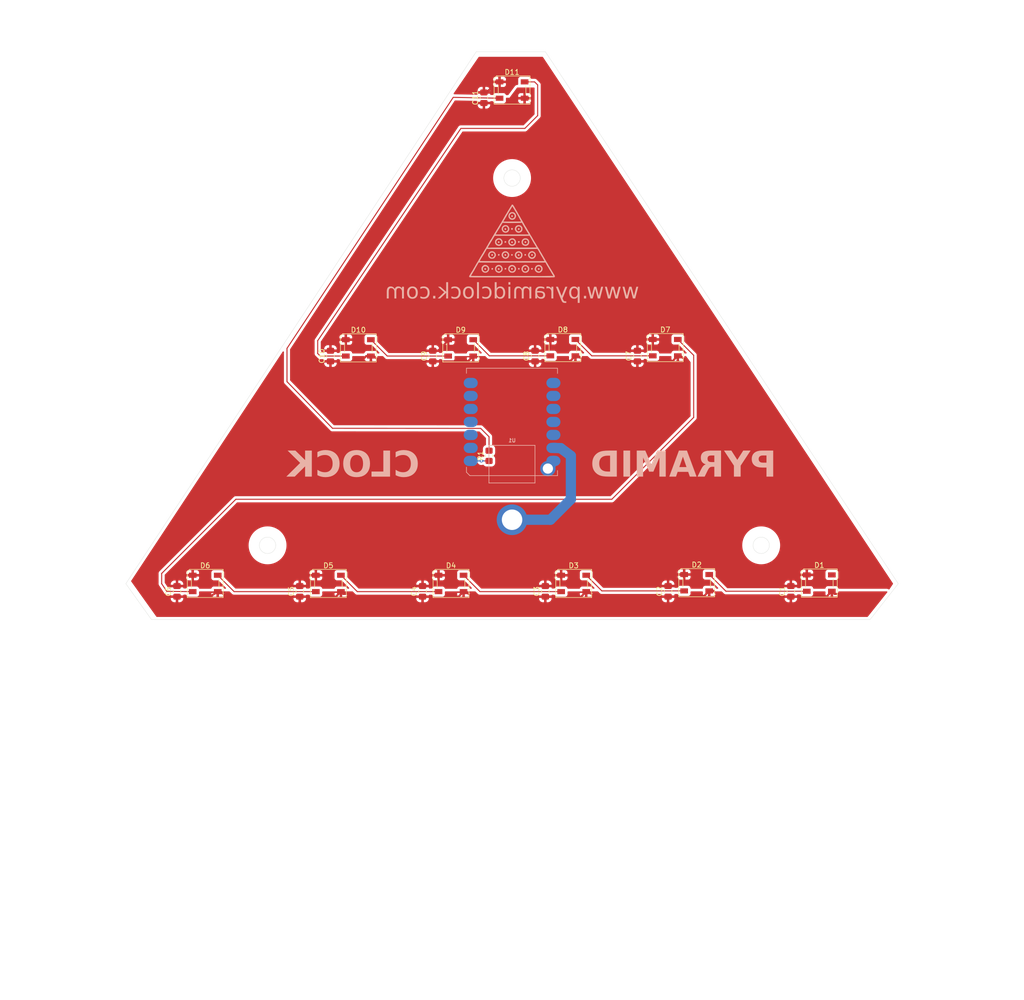
<source format=kicad_pcb>
(kicad_pcb (version 20240108) (generator "pcbnew") (generator_version "8.0")
  (layers (0 "F.Cu" signal) (31 "B.Cu" signal) (34 "B.Paste" user) (35 "F.Paste" user) (36 "B.SilkS" user "B.Silkscreen") (37 "F.SilkS" user "F.Silkscreen") (38 "B.Mask" user) (39 "F.Mask" user) (44 "Edge.Cuts" user))
  (net 0 "")
  (net 1 "Net-(D1-VSS)")
  (net 2 "Net-(D1-VDD)")
  (net 3 "Net-(D1-DIN)")
  (net 5 "Net-(D2-DIN)")
  (net 6 "Net-(D3-DIN)")
  (net 7 "Net-(D4-DIN)")
  (net 8 "Net-(D5-DIN)")
  (net 9 "Net-(D6-DIN)")
  (net 10 "Net-(D7-DIN)")
  (net 11 "Net-(D8-DIN)")
  (net 12 "Net-(D10-DOUT)")
  (net 13 "Net-(D10-DIN)")
  (net 25 "Net-(D11-DIN)")
  (net 26 "unconnected-(R1-Pad1)")
  (footprint "LED_SMD:LED_SK6812_PLCC4_5.0x5.0mm_P3.2mm" (layer "F.Cu") (at 160.931119 84.355705)
    (property "Reference" "D8" (at 0 -3.5 0) (layer "F.SilkS"))
    (property "Value" "SK6812" (hide yes))
    (pad "1" smd rect (at -2.45 -1.6 180) (size 1.5 1) (layers "F.Cu" "F.Paste" "F.Mask") (net 1 "Net-(D1-VSS)"))
    (pad "2" smd rect (at -2.45 1.6 180) (size 1.5 1) (layers "F.Cu" "F.Paste" "F.Mask") (net 11 "Net-(D8-DIN)"))
    (pad "3" smd rect (at 2.45 1.6 180) (size 1.5 1) (layers "F.Cu" "F.Paste" "F.Mask") (net 2 "Net-(D1-VDD)"))
    (pad "4" smd rect (at 2.45 -1.6 180) (size 1.5 1) (layers "F.Cu" "F.Paste" "F.Mask") (net 10 "Net-(D7-DIN)"))
  )
  (footprint "LED_SMD:LED_SK6812_PLCC4_5.0x5.0mm_P3.2mm" (layer "F.Cu") (at 139.068664 130.450989)
    (property "Reference" "D4" (at 0 -3.5 0) (layer "F.SilkS"))
    (property "Value" "SK6812" (hide yes))
    (pad "1" smd rect (at -2.45 -1.6 180) (size 1.5 1) (layers "F.Cu" "F.Paste" "F.Mask") (net 1 "Net-(D1-VSS)"))
    (pad "2" smd rect (at -2.45 1.6 180) (size 1.5 1) (layers "F.Cu" "F.Paste" "F.Mask") (net 7 "Net-(D4-DIN)"))
    (pad "3" smd rect (at 2.45 1.6 180) (size 1.5 1) (layers "F.Cu" "F.Paste" "F.Mask") (net 2 "Net-(D1-VDD)"))
    (pad "4" smd rect (at 2.45 -1.6 180) (size 1.5 1) (layers "F.Cu" "F.Paste" "F.Mask") (net 6 "Net-(D3-DIN)"))
  )
  (footprint "Capacitor_SMD:C_0805_2012Metric_Pad1.18x1.45mm_HandSolder" (layer "F.Cu") (at 85.5 132 90)
    (property "Reference" "C6" (at 0 -1.679999 90) (layer "F.SilkS"))
    (property "Value" "100nF" (hide yes))
    (pad "1" smd roundrect (at -1.0375 0 90) (size 1.175 1.45) (layers "F.Cu" "F.Paste" "F.Mask") (roundrect_rratio 0.212766) (net 2 "Net-(D1-VDD)"))
    (pad "2" smd roundrect (at 1.0375 0 90) (size 1.175 1.45) (layers "F.Cu" "F.Paste" "F.Mask") (roundrect_rratio 0.212766) (net 1 "Net-(D1-VSS)"))
  )
  (footprint "Capacitor_SMD:C_0805_2012Metric_Pad1.18x1.45mm_HandSolder" (layer "F.Cu") (at 133.5 132 90)
    (property "Reference" "C4" (at 0 -1.679999 90) (layer "F.SilkS"))
    (property "Value" "100nF" (hide yes))
    (pad "1" smd roundrect (at -1.0375 0 90) (size 1.175 1.45) (layers "F.Cu" "F.Paste" "F.Mask") (roundrect_rratio 0.212766) (net 2 "Net-(D1-VDD)"))
    (pad "2" smd roundrect (at 1.0375 0 90) (size 1.175 1.45) (layers "F.Cu" "F.Paste" "F.Mask") (roundrect_rratio 0.212766) (net 1 "Net-(D1-VSS)"))
  )
  (footprint "LED_SMD:LED_SK6812_PLCC4_5.0x5.0mm_P3.2mm" (layer "F.Cu") (at 115.093247 130.450989)
    (property "Reference" "D5" (at 0 -3.5 0) (layer "F.SilkS"))
    (property "Value" "SK6812" (hide yes))
    (pad "1" smd rect (at -2.45 -1.6 180) (size 1.5 1) (layers "F.Cu" "F.Paste" "F.Mask") (net 1 "Net-(D1-VSS)"))
    (pad "2" smd rect (at -2.45 1.6 180) (size 1.5 1) (layers "F.Cu" "F.Paste" "F.Mask") (net 8 "Net-(D5-DIN)"))
    (pad "3" smd rect (at 2.45 1.6 180) (size 1.5 1) (layers "F.Cu" "F.Paste" "F.Mask") (net 2 "Net-(D1-VDD)"))
    (pad "4" smd rect (at 2.45 -1.6 180) (size 1.5 1) (layers "F.Cu" "F.Paste" "F.Mask") (net 7 "Net-(D4-DIN)"))
  )
  (footprint "LED_SMD:LED_SK6812_PLCC4_5.0x5.0mm_P3.2mm" (layer "F.Cu") (at 120.95 84.4)
    (property "Reference" "D10" (at 0 -3.5 0) (layer "F.SilkS"))
    (property "Value" "SK6812" (hide yes))
    (pad "1" smd rect (at -2.45 -1.6 180) (size 1.5 1) (layers "F.Cu" "F.Paste" "F.Mask") (net 1 "Net-(D1-VSS)"))
    (pad "2" smd rect (at -2.45 1.6 180) (size 1.5 1) (layers "F.Cu" "F.Paste" "F.Mask") (net 13 "Net-(D10-DIN)"))
    (pad "3" smd rect (at 2.45 1.6 180) (size 1.5 1) (layers "F.Cu" "F.Paste" "F.Mask") (net 2 "Net-(D1-VDD)"))
    (pad "4" smd rect (at 2.45 -1.6 180) (size 1.5 1) (layers "F.Cu" "F.Paste" "F.Mask") (net 12 "Net-(D10-DOUT)"))
  )
  (footprint "Capacitor_SMD:C_0805_2012Metric_Pad1.18x1.45mm_HandSolder" (layer "F.Cu") (at 145.5 35.5 90)
    (property "Reference" "C11" (at 0 -1.679999 90) (layer "F.SilkS"))
    (property "Value" "100nF" (hide yes))
    (pad "1" smd roundrect (at -1.0375 0 90) (size 1.175 1.45) (layers "F.Cu" "F.Paste" "F.Mask") (roundrect_rratio 0.212766) (net 2 "Net-(D1-VDD)"))
    (pad "2" smd roundrect (at 1.0375 0 90) (size 1.175 1.45) (layers "F.Cu" "F.Paste" "F.Mask") (roundrect_rratio 0.212766) (net 1 "Net-(D1-VSS)"))
  )
  (footprint "Capacitor_SMD:C_0805_2012Metric_Pad1.18x1.45mm_HandSolder" (layer "F.Cu") (at 135.5 86 90)
    (property "Reference" "C9" (at 0 -1.679999 90) (layer "F.SilkS"))
    (property "Value" "100nF" (hide yes))
    (pad "1" smd roundrect (at -1.0375 0 90) (size 1.175 1.45) (layers "F.Cu" "F.Paste" "F.Mask") (roundrect_rratio 0.212766) (net 2 "Net-(D1-VDD)"))
    (pad "2" smd roundrect (at 1.0375 0 90) (size 1.175 1.45) (layers "F.Cu" "F.Paste" "F.Mask") (roundrect_rratio 0.212766) (net 1 "Net-(D1-VSS)"))
  )
  (footprint "Capacitor_SMD:C_0805_2012Metric_Pad1.18x1.45mm_HandSolder" (layer "F.Cu") (at 115.5 86 90)
    (property "Reference" "C10" (at 0 -1.679999 90) (layer "F.SilkS"))
    (property "Value" "100nF" (hide yes))
    (pad "1" smd roundrect (at -1.0375 0 90) (size 1.175 1.45) (layers "F.Cu" "F.Paste" "F.Mask") (roundrect_rratio 0.212766) (net 2 "Net-(D1-VDD)"))
    (pad "2" smd roundrect (at 1.0375 0 90) (size 1.175 1.45) (layers "F.Cu" "F.Paste" "F.Mask") (roundrect_rratio 0.212766) (net 1 "Net-(D1-VSS)"))
  )
  (footprint "Capacitor_SMD:C_0805_2012Metric_Pad1.18x1.45mm_HandSolder" (layer "F.Cu") (at 157.5 132 90)
    (property "Reference" "C3" (at 0 -1.679999 90) (layer "F.SilkS"))
    (property "Value" "100nF" (hide yes))
    (pad "1" smd roundrect (at -1.0375 0 90) (size 1.175 1.45) (layers "F.Cu" "F.Paste" "F.Mask") (roundrect_rratio 0.212766) (net 2 "Net-(D1-VDD)"))
    (pad "2" smd roundrect (at 1.0375 0 90) (size 1.175 1.45) (layers "F.Cu" "F.Paste" "F.Mask") (roundrect_rratio 0.212766) (net 1 "Net-(D1-VSS)"))
  )
  (footprint "LED_SMD:LED_SK6812_PLCC4_5.0x5.0mm_P3.2mm" (layer "F.Cu") (at 163.044082 130.450989)
    (property "Reference" "D3" (at 0 -3.5 0) (layer "F.SilkS"))
    (property "Value" "SK6812" (hide yes))
    (pad "1" smd rect (at -2.45 -1.6 180) (size 1.5 1) (layers "F.Cu" "F.Paste" "F.Mask") (net 1 "Net-(D1-VSS)"))
    (pad "2" smd rect (at -2.45 1.6 180) (size 1.5 1) (layers "F.Cu" "F.Paste" "F.Mask") (net 6 "Net-(D3-DIN)"))
    (pad "3" smd rect (at 2.45 1.6 180) (size 1.5 1) (layers "F.Cu" "F.Paste" "F.Mask") (net 2 "Net-(D1-VDD)"))
    (pad "4" smd rect (at 2.45 -1.6 180) (size 1.5 1) (layers "F.Cu" "F.Paste" "F.Mask") (net 5 "Net-(D2-DIN)"))
  )
  (footprint "Capacitor_SMD:C_0805_2012Metric_Pad1.18x1.45mm_HandSolder" (layer "F.Cu") (at 181.5 132 90)
    (property "Reference" "C2" (at 0 -1.679999 90) (layer "F.SilkS"))
    (property "Value" "100nF" (hide yes))
    (pad "1" smd roundrect (at -1.0375 0 90) (size 1.175 1.45) (layers "F.Cu" "F.Paste" "F.Mask") (roundrect_rratio 0.212766) (net 2 "Net-(D1-VDD)"))
    (pad "2" smd roundrect (at 1.0375 0 90) (size 1.175 1.45) (layers "F.Cu" "F.Paste" "F.Mask") (roundrect_rratio 0.212766) (net 1 "Net-(D1-VSS)"))
  )
  (footprint "LED_SMD:LED_SK6812_PLCC4_5.0x5.0mm_P3.2mm" (layer "F.Cu") (at 151 34)
    (property "Reference" "D11" (at 0 -3.5 0) (layer "F.SilkS"))
    (property "Value" "SK6812" (hide yes))
    (pad "1" smd rect (at -2.45 -1.6 180) (size 1.5 1) (layers "F.Cu" "F.Paste" "F.Mask") (net 1 "Net-(D1-VSS)"))
    (pad "2" smd rect (at -2.45 1.6 180) (size 1.5 1) (layers "F.Cu" "F.Paste" "F.Mask") (net 25 "Net-(D11-DIN)"))
    (pad "3" smd rect (at 2.45 1.6 180) (size 1.5 1) (layers "F.Cu" "F.Paste" "F.Mask") (net 2 "Net-(D1-VDD)"))
    (pad "4" smd rect (at 2.45 -1.6 180) (size 1.5 1) (layers "F.Cu" "F.Paste" "F.Mask") (net 13 "Net-(D10-DIN)"))
  )
  (footprint "Capacitor_SMD:C_0805_2012Metric_Pad1.18x1.45mm_HandSolder" (layer "F.Cu") (at 205.5 132 90)
    (property "Reference" "C1" (at 0 -1.679999 90) (layer "F.SilkS"))
    (property "Value" "100nF" (hide yes))
    (pad "1" smd roundrect (at -1.0375 0 90) (size 1.175 1.45) (layers "F.Cu" "F.Paste" "F.Mask") (roundrect_rratio 0.212766) (net 2 "Net-(D1-VDD)"))
    (pad "2" smd roundrect (at 1.0375 0 90) (size 1.175 1.45) (layers "F.Cu" "F.Paste" "F.Mask") (roundrect_rratio 0.212766) (net 1 "Net-(D1-VSS)"))
  )
  (footprint "LED_SMD:LED_SK6812_PLCC4_5.0x5.0mm_P3.2mm" (layer "F.Cu") (at 211.066486 130.379421)
    (property "Reference" "D1" (at 0 -3.5 0) (layer "F.SilkS"))
    (property "Value" "SK6812" (hide yes))
    (pad "1" smd rect (at -2.45 -1.6 180) (size 1.5 1) (layers "F.Cu" "F.Paste" "F.Mask") (net 1 "Net-(D1-VSS)"))
    (pad "2" smd rect (at -2.45 1.6 180) (size 1.5 1) (layers "F.Cu" "F.Paste" "F.Mask") (net 3 "Net-(D1-DIN)"))
    (pad "3" smd rect (at 2.45 1.6 180) (size 1.5 1) (layers "F.Cu" "F.Paste" "F.Mask") (net 2 "Net-(D1-VDD)"))
    (pad "4" smd rect (at 2.45 -1.6 180) (size 1.5 1) (layers "F.Cu" "F.Paste" "F.Mask"))
  )
  (footprint "Capacitor_SMD:C_0805_2012Metric_Pad1.18x1.45mm_HandSolder" (layer "F.Cu") (at 175.5 86 90)
    (property "Reference" "C7" (at 0 -1.679999 90) (layer "F.SilkS"))
    (property "Value" "100nF" (hide yes))
    (pad "1" smd roundrect (at -1.0375 0 90) (size 1.175 1.45) (layers "F.Cu" "F.Paste" "F.Mask") (roundrect_rratio 0.212766) (net 2 "Net-(D1-VDD)"))
    (pad "2" smd roundrect (at 1.0375 0 90) (size 1.175 1.45) (layers "F.Cu" "F.Paste" "F.Mask") (roundrect_rratio 0.212766) (net 1 "Net-(D1-VSS)"))
  )
  (footprint "Capacitor_SMD:C_0805_2012Metric_Pad1.18x1.45mm_HandSolder" (layer "F.Cu") (at 155.5 86 90)
    (property "Reference" "C8" (at 0 -1.679999 90) (layer "F.SilkS"))
    (property "Value" "100nF" (hide yes))
    (pad "1" smd roundrect (at -1.0375 0 90) (size 1.175 1.45) (layers "F.Cu" "F.Paste" "F.Mask") (roundrect_rratio 0.212766) (net 2 "Net-(D1-VDD)"))
    (pad "2" smd roundrect (at 1.0375 0 90) (size 1.175 1.45) (layers "F.Cu" "F.Paste" "F.Mask") (roundrect_rratio 0.212766) (net 1 "Net-(D1-VSS)"))
  )
  (footprint "Resistor_SMD:R_0805_2012Metric_Pad1.20x1.40mm_HandSolder" (layer "F.Cu") (at 146.5 105.5 90)
    (property "Reference" "R1" (at 0 -1.65 90) (layer "F.SilkS"))
    (property "Value" "330R")
    (pad "1" smd roundrect (at -1 0 90) (size 1.2 1.4) (layers "F.Cu" "F.Paste" "F.Mask") (roundrect_rratio 0.208333) (net 26 "unconnected-(R1-Pad1)"))
    (pad "2" smd roundrect (at 1 0 90) (size 1.2 1.4) (layers "F.Cu" "F.Paste" "F.Mask") (roundrect_rratio 0.208333) (net 25 "Net-(D11-DIN)"))
  )
  (footprint "Capacitor_SMD:C_0805_2012Metric_Pad1.18x1.45mm_HandSolder" (layer "F.Cu") (at 109.5 132 90)
    (property "Reference" "C5" (at 0 -1.679999 90) (layer "F.SilkS"))
    (property "Value" "100nF" (hide yes))
    (pad "1" smd roundrect (at -1.0375 0 90) (size 1.175 1.45) (layers "F.Cu" "F.Paste" "F.Mask") (roundrect_rratio 0.212766) (net 2 "Net-(D1-VDD)"))
    (pad "2" smd roundrect (at 1.0375 0 90) (size 1.175 1.45) (layers "F.Cu" "F.Paste" "F.Mask") (roundrect_rratio 0.212766) (net 1 "Net-(D1-VSS)"))
  )
  (footprint "LED_SMD:LED_SK6812_PLCC4_5.0x5.0mm_P3.2mm" (layer "F.Cu") (at 180.953116 84.355705)
    (property "Reference" "D7" (at 0 -3.5 0) (layer "F.SilkS"))
    (property "Value" "SK6812" (hide yes))
    (pad "1" smd rect (at -2.45 -1.6 180) (size 1.5 1) (layers "F.Cu" "F.Paste" "F.Mask") (net 1 "Net-(D1-VSS)"))
    (pad "2" smd rect (at -2.45 1.6 180) (size 1.5 1) (layers "F.Cu" "F.Paste" "F.Mask") (net 10 "Net-(D7-DIN)"))
    (pad "3" smd rect (at 2.45 1.6 180) (size 1.5 1) (layers "F.Cu" "F.Paste" "F.Mask") (net 2 "Net-(D1-VDD)"))
    (pad "4" smd rect (at 2.45 -1.6 180) (size 1.5 1) (layers "F.Cu" "F.Paste" "F.Mask") (net 9 "Net-(D6-DIN)"))
  )
  (footprint "LED_SMD:LED_SK6812_PLCC4_5.0x5.0mm_P3.2mm" (layer "F.Cu") (at 187.091068 130.307853)
    (property "Reference" "D2" (at 0 -3.5 0) (layer "F.SilkS"))
    (property "Value" "SK6812" (hide yes))
    (pad "1" smd rect (at -2.45 -1.6 180) (size 1.5 1) (layers "F.Cu" "F.Paste" "F.Mask") (net 1 "Net-(D1-VSS)"))
    (pad "2" smd rect (at -2.45 1.6 180) (size 1.5 1) (layers "F.Cu" "F.Paste" "F.Mask") (net 5 "Net-(D2-DIN)"))
    (pad "3" smd rect (at 2.45 1.6 180) (size 1.5 1) (layers "F.Cu" "F.Paste" "F.Mask") (net 2 "Net-(D1-VDD)"))
    (pad "4" smd rect (at 2.45 -1.6 180) (size 1.5 1) (layers "F.Cu" "F.Paste" "F.Mask") (net 3 "Net-(D1-DIN)"))
  )
  (footprint "LED_SMD:LED_SK6812_PLCC4_5.0x5.0mm_P3.2mm" (layer "F.Cu") (at 140.955254 84.401839)
    (property "Reference" "D9" (at 0 -3.5 0) (layer "F.SilkS"))
    (property "Value" "SK6812" (hide yes))
    (pad "1" smd rect (at -2.45 -1.6 180) (size 1.5 1) (layers "F.Cu" "F.Paste" "F.Mask") (net 1 "Net-(D1-VSS)"))
    (pad "2" smd rect (at -2.45 1.6 180) (size 1.5 1) (layers "F.Cu" "F.Paste" "F.Mask") (net 12 "Net-(D10-DOUT)"))
    (pad "3" smd rect (at 2.45 1.6 180) (size 1.5 1) (layers "F.Cu" "F.Paste" "F.Mask") (net 2 "Net-(D1-VDD)"))
    (pad "4" smd rect (at 2.45 -1.6 180) (size 1.5 1) (layers "F.Cu" "F.Paste" "F.Mask") (net 11 "Net-(D8-DIN)"))
  )
  (footprint "LED_SMD:LED_SK6812_PLCC4_5.0x5.0mm_P3.2mm" (layer "F.Cu") (at 91.012912 130.450989)
    (property "Reference" "D6" (at 0 -3.5 0) (layer "F.SilkS"))
    (property "Value" "SK6812" (hide yes))
    (pad "1" smd rect (at -2.45 -1.6 180) (size 1.5 1) (layers "F.Cu" "F.Paste" "F.Mask") (net 1 "Net-(D1-VSS)"))
    (pad "2" smd rect (at -2.45 1.6 180) (size 1.5 1) (layers "F.Cu" "F.Paste" "F.Mask") (net 9 "Net-(D6-DIN)"))
    (pad "3" smd rect (at 2.45 1.6 180) (size 1.5 1) (layers "F.Cu" "F.Paste" "F.Mask") (net 2 "Net-(D1-VDD)"))
    (pad "4" smd rect (at 2.45 -1.6 180) (size 1.5 1) (layers "F.Cu" "F.Paste" "F.Mask") (net 8 "Net-(D5-DIN)"))
  )
  (footprint "graphics:pyramid" (layer "B.Cu") (at 151 64 180)
    (property "Reference" "G***" (hide yes))
    (property "Value" "LOGO" (hide yes))
  )
  (footprint "xiao ESP32C3_PCB:MOUDLE14P-SMD-2.54-21X17.8MM" (layer "B.Cu") (at 142.0825 88.38075)
    (property "Reference" "U1" (at 8.9175 14.11925 180) (layer "B.SilkS") (effects (font (size 0.7 0.7)) (justify mirror)))
    (property "Value" "SEEEDUINO-XIAO-ESP32C3")
    (pad "1" smd roundrect (at 0.835 18.12) (size 2.75 2) (layers "B.Cu" "B.Paste" "B.Mask") (roundrect_rratio 0.5) (net 26 "unconnected-(R1-Pad1)"))
    (pad "2" smd roundrect (at 0.835001 15.58) (size 2.75 2) (layers "B.Cu" "B.Paste" "B.Mask") (roundrect_rratio 0.5))
    (pad "3" smd roundrect (at 0.835 13.04) (size 2.75 2) (layers "B.Cu" "B.Paste" "B.Mask") (roundrect_rratio 0.5))
    (pad "4" smd roundrect (at 0.835 10.5) (size 2.75 2) (layers "B.Cu" "B.Paste" "B.Mask") (roundrect_rratio 0.5))
    (pad "5" smd roundrect (at 0.835 7.96) (size 2.75 2) (layers "B.Cu" "B.Paste" "B.Mask") (roundrect_rratio 0.5))
    (pad "6" smd roundrect (at 0.835 5.42) (size 2.75 2) (layers "B.Cu" "B.Paste" "B.Mask") (roundrect_rratio 0.5))
    (pad "7" smd roundrect (at 0.835 2.880001) (size 2.75 2) (layers "B.Cu" "B.Paste" "B.Mask") (roundrect_rratio 0.5))
    (pad "8" smd roundrect (at 17 2.88) (size 2.75 2) (layers "B.Cu" "B.Paste" "B.Mask") (roundrect_rratio 0.5))
    (pad "9" smd roundrect (at 16.999999 5.42) (size 2.75 2) (layers "B.Cu" "B.Paste" "B.Mask") (roundrect_rratio 0.5))
    (pad "10" smd roundrect (at 17 7.96) (size 2.75 2) (layers "B.Cu" "B.Paste" "B.Mask") (roundrect_rratio 0.5))
    (pad "11" smd roundrect (at 17 10.5) (size 2.75 2) (layers "B.Cu" "B.Paste" "B.Mask") (roundrect_rratio 0.5))
    (pad "12" smd roundrect (at 17 13.04) (size 2.75 2) (layers "B.Cu" "B.Paste" "B.Mask") (roundrect_rratio 0.5))
    (pad "13" smd roundrect (at 17 15.579999) (size 2.75 2) (layers "B.Cu" "B.Paste" "B.Mask") (roundrect_rratio 0.5) (net 1 "Net-(D1-VSS)"))
    (pad "14" smd roundrect (at 17.000001 18.12) (size 2.75 2) (layers "B.Cu" "B.Paste" "B.Mask") (roundrect_rratio 0.5) (net 2 "Net-(D1-VDD)"))
  )
  (gr_line (start 75.5 130.5) (end 80.5 137.5) (stroke (width 0.05)) (layer "Edge.Cuts"))
  (gr_line (start 157.5 26.5) (end 144 26.5) (stroke (width 0.05)) (layer "Edge.Cuts"))
  (gr_line (start 221 137.5) (end 80.5 137.5) (stroke (width 0.05)) (layer "Edge.Cuts"))
  (gr_line (start 226.5 130.5) (end 221 137.5) (stroke (width 0.05)) (layer "Edge.Cuts"))
  (gr_line (start 157.5 26.5) (end 226.5 130.5) (stroke (width 0.05)) (layer "Edge.Cuts"))
  (gr_line (start 75.5 130.5) (end 144 26.5) (stroke (width 0.05)) (layer "Edge.Cuts"))
  (gr_circle (center 103.201562 123) (end 104.801562 123) (stroke (width 0.05)) (fill none) (layer "Edge.Cuts"))
  (gr_circle (center 199.701562 123) (end 201.301562 123) (stroke (width 0.05)) (fill none) (layer "Edge.Cuts"))
  (gr_circle (center 151 51.201562) (end 152.6 51.201562) (stroke (width 0.05)) (fill none) (layer "Edge.Cuts"))
  (gr_text "www.pyramidclock.com" (at 151 73.5 0) (layer "B.SilkS") (effects (font (size 3 3) (thickness 0.1)) (justify mirror)))
  (gr_text "PYRAMID" (at 184.5 107.5 0) (layer "B.SilkS") (effects (font (size 5 5) (thickness 0.2) (bold yes)) (justify mirror)))
  (gr_text "CLOCK" (at 120 107.5 0) (layer "B.SilkS") (effects (font (size 5 5) (thickness 0.2) (bold yes)) (justify mirror)))
  (segment (start 146.0375 34.4625) (end 147 33.5) (width 0.4) (layer "F.Cu") (net 1))
  (segment (start 136.5375 84.9625) (end 135.5 84.9625) (width 0.4) (layer "F.Cu") (net 1))
  (segment (start 112.643247 128.850989) (end 112.643247 128.856753) (width 0.4) (layer "F.Cu") (net 1))
  (segment (start 156.5375 84.9625) (end 155.5 84.9625) (width 0.4) (layer "F.Cu") (net 1))
  (segment (start 138.505254 82.994746) (end 136.5375 84.9625) (width 0.4) (layer "F.Cu") (net 1))
  (segment (start 158.481119 82.755705) (end 158.481119 83.018881) (width 0.4) (layer "F.Cu") (net 1))
  (segment (start 148.55 32.4) (end 148.55 32.45) (width 0.4) (layer "F.Cu") (net 1))
  (segment (start 178.503116 82.755705) (end 178.503116 82.996884) (width 0.4) (layer "F.Cu") (net 1))
  (segment (start 138.505254 83.005254) (end 138.505254 82.801839) (width 0.4) (layer "F.Cu") (net 1))
  (segment (start 145.5 34.4625) (end 146.0375 34.4625) (width 0.4) (layer "F.Cu") (net 1))
  (segment (start 136.618664 128.850989) (end 136.618664 128.881336) (width 0.4) (layer "F.Cu") (net 1))
  (segment (start 147 33.5) (end 146 34.5) (width 0.4) (layer "F.Cu") (net 1))
  (segment (start 176.5375 84.9625) (end 175.5 84.9625) (width 0.4) (layer "F.Cu") (net 1))
  (segment (start 138.505254 82.801839) (end 138.505254 82.994746) (width 0.4) (layer "F.Cu") (net 1))
  (via (at 151 118) (size 6) (drill 4) (layers "F.Cu" "B.Cu") (net 1))
  (segment (start 158.5 118) (end 162.5 114) (width 2) (layer "B.Cu") (net 1))
  (segment (start 162.5 105.5) (end 160.5 104) (width 2) (layer "B.Cu") (net 1))
  (segment (start 159.0825 103.960749) (end 158.039251 103.960749) (width 0.4) (layer "B.Cu") (net 1))
  (segment (start 162.5 114) (end 162.5 105.5) (width 2) (layer "B.Cu") (net 1))
  (segment (start 151 118) (end 158.5 118) (width 2) (layer "B.Cu") (net 1))
  (segment (start 160.5 104) (end 159.0825 103.960749) (width 2) (layer "B.Cu") (net 1))
  (segment (start 158.039251 103.960749) (end 158 104) (width 0.4) (layer "B.Cu") (net 1))
  (segment (start 117.992258 132.5) (end 119 132.5) (width 0.4) (layer "F.Cu") (net 2))
  (segment (start 165.494082 132.050989) (end 164.507571 133.0375) (width 0.4) (layer "F.Cu") (net 2))
  (segment (start 189.541068 131.907853) (end 190.407853 131.907853) (width 0.4) (layer "F.Cu") (net 2))
  (segment (start 117.543247 132.050989) (end 116.556736 133.0375) (width 0.4) (layer "F.Cu") (net 2))
  (segment (start 135.5 87.0375) (end 135.4625 87.0375) (width 0.4) (layer "F.Cu") (net 2))
  (segment (start 133.5 133.5) (end 133.5 133.0375) (width 0.4) (layer "F.Cu") (net 2))
  (segment (start 183.403116 85.955705) (end 182.321321 87.0375) (width 0.4) (layer "F.Cu") (net 2))
  (segment (start 142.369593 87.0375) (end 135.5 87.0375) (width 0.4) (layer "F.Cu") (net 2))
  (segment (start 93.462912 132.050989) (end 94.050989 132.050989) (width 0.4) (layer "F.Cu") (net 2))
  (segment (start 141.518664 132.050989) (end 140.532153 133.0375) (width 0.4) (layer "F.Cu") (net 2))
  (segment (start 115.5375 87.0375) (end 115.5 87.0375) (width 0.4) (layer "F.Cu") (net 2))
  (segment (start 117.543247 132.050989) (end 117.992258 132.5) (width 0.4) (layer "F.Cu") (net 2))
  (segment (start 165.494082 132.050989) (end 166.050989 132.050989) (width 0.4) (layer "F.Cu") (net 2))
  (segment (start 183.403116 85.955705) (end 183.955705 85.955705) (width 0.4) (layer "F.Cu") (net 2))
  (segment (start 190.407853 131.907853) (end 191.5 133) (width 0.4) (layer "F.Cu") (net 2))
  (segment (start 181.5375 133.0375) (end 181.5 133.0375) (width 0.4) (layer "F.Cu") (net 2))
  (segment (start 94.050989 132.050989) (end 95 133) (width 0.4) (layer "F.Cu") (net 2))
  (segment (start 175.5 87.0375) (end 175.4625 87.0375) (width 0.4) (layer "F.Cu") (net 2))
  (segment (start 163.381119 85.955705) (end 163.955705 85.955705) (width 0.4) (layer "F.Cu") (net 2))
  (segment (start 189.541068 131.907853) (end 188.411421 133.0375) (width 0.4) (layer "F.Cu") (net 2))
  (segment (start 214.037065 132.5) (end 215 132.5) (width 0.4) (layer "F.Cu") (net 2))
  (segment (start 109.5 133.0375) (end 109.4625 133.0375) (width 0.4) (layer "F.Cu") (net 2))
  (segment (start 141.518664 132.050989) (end 142.050989 132.050989) (width 0.4) (layer "F.Cu") (net 2))
  (segment (start 142.050989 132.050989) (end 143 133) (width 0.4) (layer "F.Cu") (net 2))
  (segment (start 157.5 133.5) (end 157.5 133.0375) (width 0.4) (layer "F.Cu") (net 2))
  (segment (start 124 86) (end 125 87) (width 0.4) (layer "F.Cu") (net 2))
  (segment (start 163.381119 85.955705) (end 162.299324 87.0375) (width 0.4) (layer "F.Cu") (net 2))
  (segment (start 213.516486 131.979421) (end 214.037065 132.5) (width 0.4) (layer "F.Cu") (net 2))
  (segment (start 93.462912 132.050989) (end 92 133) (width 0.4) (layer "F.Cu") (net 2))
  (segment (start 213.516486 131.979421) (end 212.458407 133.0375) (width 0.4) (layer "F.Cu") (net 2))
  (segment (start 123.4 86) (end 122.5 86) (width 0.4) (layer "F.Cu") (net 2))
  (segment (start 122.5 86) (end 122 86.5) (width 0.4) (layer "F.Cu") (net 2))
  (segment (start 143.405254 86.001839) (end 142.369593 87.0375) (width 0.4) (layer "F.Cu") (net 2))
  (segment (start 124 86) (end 123.4 86) (width 0.4) (layer "F.Cu") (net 2))
  (segment (start 166.050989 132.050989) (end 167 133) (width 0.4) (layer "F.Cu") (net 2))
  (segment (start 163.955705 85.955705) (end 165 87) (width 0.4) (layer "F.Cu") (net 2))
  (segment (start 183.955705 85.955705) (end 185 87) (width 0.4) (layer "F.Cu") (net 2))
  (segment (start 109.5 133.5) (end 109.5 133.0375) (width 0.4) (layer "F.Cu") (net 2))
  (via (at 158 108) (size 3) (drill 2) (layers "F.Cu" "B.Cu") (net 2))
  (segment (start 159.082501 106.50075) (end 158 108) (width 2) (layer "B.Cu") (net 2))
  (segment (start 192.812636 131.979421) (end 189.541068 128.707853) (width 0.2) (layer "F.Cu") (net 3))
  (segment (start 208.616486 131.979421) (end 192.812636 131.979421) (width 0.2) (layer "F.Cu") (net 3))
  (segment (start 184.641068 131.907853) (end 168.550946 131.907853) (width 0.2) (layer "F.Cu") (net 5))
  (segment (start 168.550946 131.907853) (end 165.494082 128.850989) (width 0.2) (layer "F.Cu") (net 5))
  (segment (start 160.594082 132.050989) (end 144.718664 132.050989) (width 0.2) (layer "F.Cu") (net 6))
  (segment (start 144.718664 132.050989) (end 141.518664 128.850989) (width 0.2) (layer "F.Cu") (net 6))
  (segment (start 136.618664 132.050989) (end 120.743247 132.050989) (width 0.2) (layer "F.Cu") (net 7))
  (segment (start 120.743247 132.050989) (end 117.543247 128.850989) (width 0.2) (layer "F.Cu") (net 7))
  (segment (start 96.662912 132.050989) (end 93.462912 128.850989) (width 0.2) (layer "F.Cu") (net 8))
  (segment (start 112.643247 132.050989) (end 96.662912 132.050989) (width 0.2) (layer "F.Cu") (net 8))
  (segment (start 83.5 132) (end 88.562912 132.050989) (width 0.2) (layer "F.Cu") (net 9))
  (segment (start 183.403116 82.755705) (end 186.5 85.852589) (width 0.2) (layer "F.Cu") (net 9))
  (segment (start 82.5 130.5) (end 83.5 132) (width 0.2) (layer "F.Cu") (net 9))
  (segment (start 186.5 98) (end 170.5 114) (width 0.2) (layer "F.Cu") (net 9))
  (segment (start 186.5 85.852589) (end 186.5 98) (width 0.2) (layer "F.Cu") (net 9))
  (segment (start 170.5 114) (end 97 114) (width 0.2) (layer "F.Cu") (net 9))
  (segment (start 97 114) (end 82.5 128.5) (width 0.2) (layer "F.Cu") (net 9))
  (segment (start 82.5 128.5) (end 82.5 130.5) (width 0.2) (layer "F.Cu") (net 9))
  (segment (start 166.581119 85.955705) (end 163.381119 82.755705) (width 0.2) (layer "F.Cu") (net 10))
  (segment (start 178.503116 85.955705) (end 166.581119 85.955705) (width 0.2) (layer "F.Cu") (net 10))
  (segment (start 146.55912 85.955705) (end 143.405254 82.801839) (width 0.2) (layer "F.Cu") (net 11))
  (segment (start 158.481119 85.955705) (end 146.55912 85.955705) (width 0.2) (layer "F.Cu") (net 11))
  (segment (start 126.601839 86.001839) (end 123.4 82.8) (width 0.2) (layer "F.Cu") (net 12))
  (segment (start 138.505254 86.001839) (end 126.601839 86.001839) (width 0.2) (layer "F.Cu") (net 12))
  (segment (start 141 41.5) (end 153.5 41.5) (width 0.2) (layer "F.Cu") (net 13))
  (segment (start 155.4 32.4) (end 153.45 32.4) (width 0.2) (layer "F.Cu") (net 13))
  (segment (start 113 85.5) (end 113 83) (width 0.2) (layer "F.Cu") (net 13))
  (segment (start 156 33) (end 155.4 32.4) (width 0.2) (layer "F.Cu") (net 13))
  (segment (start 118.5 86) (end 113.5 86) (width 0.2) (layer "F.Cu") (net 13))
  (segment (start 113.5 86) (end 113 85.5) (width 0.2) (layer "F.Cu") (net 13))
  (segment (start 153.5 41.5) (end 156 39) (width 0.2) (layer "F.Cu") (net 13))
  (segment (start 113 83) (end 141 41.5) (width 0.2) (layer "F.Cu") (net 13))
  (segment (start 156 39) (end 156 33) (width 0.2) (layer "F.Cu") (net 13))
  (segment (start 144.867846 100.138842) (end 115.89643 100.123182) (width 0.2) (layer "F.Cu") (net 25))
  (segment (start 107 84.5) (end 139.5 35.425357) (width 0.2) (layer "F.Cu") (net 25))
  (segment (start 146.5 104.5) (end 146.5 101.777684) (width 0.2) (layer "F.Cu") (net 25))
  (segment (start 107 91) (end 107 84.5) (width 0.2) (layer "F.Cu") (net 25))
  (segment (start 115.89643 100.123182) (end 107 91) (width 0.2) (layer "F.Cu") (net 25))
  (segment (start 146.5 101.777684) (end 144.867846 100.138842) (width 0.2) (layer "F.Cu") (net 25))
  (segment (start 139.5 35.425357) (end 148.55 35.6) (width 0.2) (layer "F.Cu") (net 25))
  (segment (start 145.00075 106.5) (end 145 106.50075) (width 0.2) (layer "F.Cu") (net 26))
  (segment (start 146.5 106.5) (end 145.00075 106.5) (width 0.2) (layer "F.Cu") (net 26))
  (via (at 145 106.50075) (size 0.6) (drill 0.3) (layers "F.Cu" "B.Cu") (net 26))
  (segment (start 145.49925 106.50075) (end 142.9175 106.50075) (width 0.2) (layer "B.Cu") (net 26))
  (segment (start 145 106.50075) (end 145.49925 106.50075) (width 0.2) (layer "B.Cu") (net 26))
  (zone (net 2) (net_name "Net-(D1-VDD)") (layer "F.Cu") (priority 1) (connect_pads (clearance 0.5)) (min_thickness 0.25) (fill yes (thermal_gap 0.5) (thermal_bridge_width 0.5))
    (polygon (pts (xy 139 35.5) (xy 150.5 35.5) (xy 152 33.5) (xy 156 33.5) (xy 156 39) (xy 153.5 41.5) (xy 147.5 41.5) (xy 141 41.5) (xy 133 53) (xy 113 83) (xy 114 86) (xy 185 86) (xy 186.5 88) (xy 186.5 98) (xy 171 114) (xy 97 114) (xy 82.5 128.5) (xy 83.5 132) (xy 224.5 132) (xy 220.5 137) (xy 81.5 137) (xy 76.5 130)))
  )
  (zone (net 1) (net_name "Net-(D1-VSS)") (layer "F.Cu") (connect_pads (clearance 0.5)) (min_thickness 0.25) (fill yes (thermal_gap 0.5) (thermal_bridge_width 0.5))
    (polygon (pts (xy 216.5 132) (xy 83.5 132) (xy 82.5 128.5) (xy 97 114) (xy 171 114) (xy 186.5 98) (xy 186.5 88) (xy 185 86) (xy 177 86) (xy 114 86) (xy 113 83) (xy 133 53) (xy 141 41.5) (xy 147.5 41.5) (xy 153.5 41.5) (xy 156 39) (xy 156 33.5) (xy 152 33.5) (xy 150.5 35.5) (xy 139 35.5) (xy 144.5 27.5) (xy 157 27.5) (xy 225.5 130.5) (xy 224.5 132)))
  )
)
</source>
